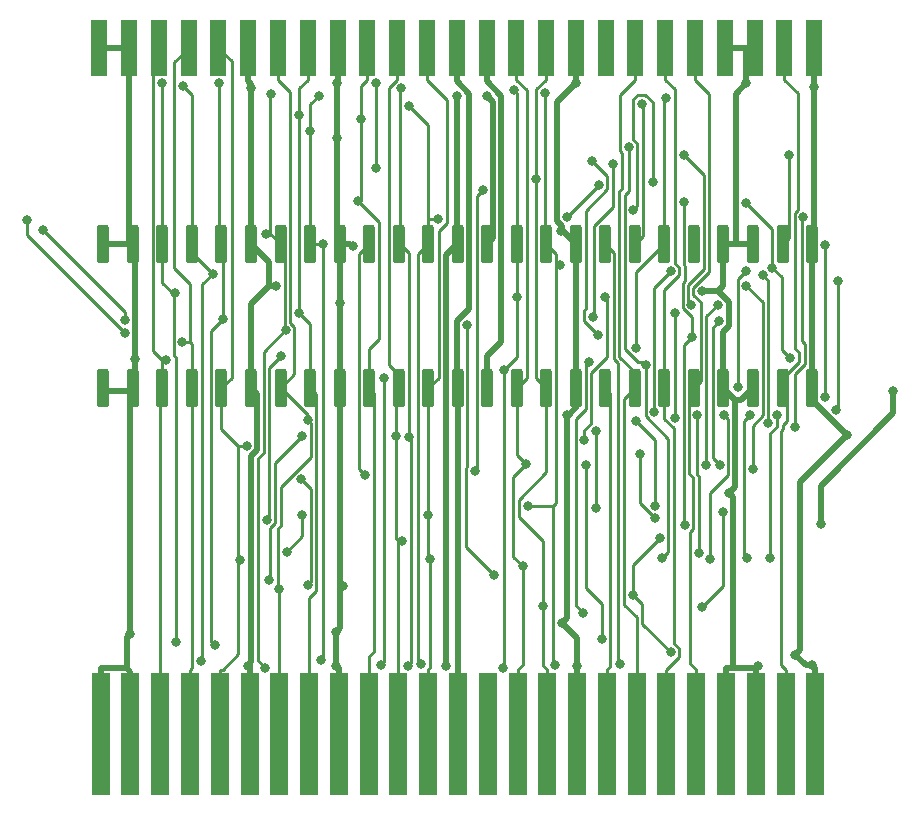
<source format=gbr>
%TF.GenerationSoftware,KiCad,Pcbnew,(6.0.2)*%
%TF.CreationDate,2022-10-24T07:01:04-05:00*%
%TF.ProjectId,N64NP6,4e36344e-5036-42e6-9b69-6361645f7063,rev?*%
%TF.SameCoordinates,Original*%
%TF.FileFunction,Copper,L2,Bot*%
%TF.FilePolarity,Positive*%
%FSLAX46Y46*%
G04 Gerber Fmt 4.6, Leading zero omitted, Abs format (unit mm)*
G04 Created by KiCad (PCBNEW (6.0.2)) date 2022-10-24 07:01:04*
%MOMM*%
%LPD*%
G01*
G04 APERTURE LIST*
G04 Aperture macros list*
%AMRoundRect*
0 Rectangle with rounded corners*
0 $1 Rounding radius*
0 $2 $3 $4 $5 $6 $7 $8 $9 X,Y pos of 4 corners*
0 Add a 4 corners polygon primitive as box body*
4,1,4,$2,$3,$4,$5,$6,$7,$8,$9,$2,$3,0*
0 Add four circle primitives for the rounded corners*
1,1,$1+$1,$2,$3*
1,1,$1+$1,$4,$5*
1,1,$1+$1,$6,$7*
1,1,$1+$1,$8,$9*
0 Add four rect primitives between the rounded corners*
20,1,$1+$1,$2,$3,$4,$5,0*
20,1,$1+$1,$4,$5,$6,$7,0*
20,1,$1+$1,$6,$7,$8,$9,0*
20,1,$1+$1,$8,$9,$2,$3,0*%
G04 Aperture macros list end*
%TA.AperFunction,SMDPad,CuDef*%
%ADD10R,1.500000X10.350000*%
%TD*%
%TA.AperFunction,SMDPad,CuDef*%
%ADD11RoundRect,0.250000X-0.250000X-1.400000X0.250000X-1.400000X0.250000X1.400000X-0.250000X1.400000X0*%
%TD*%
%TA.AperFunction,SMDPad,CuDef*%
%ADD12R,1.350000X4.750000*%
%TD*%
%TA.AperFunction,ViaPad*%
%ADD13C,0.800000*%
%TD*%
%TA.AperFunction,Conductor*%
%ADD14C,0.250000*%
%TD*%
%TA.AperFunction,Conductor*%
%ADD15C,0.500000*%
%TD*%
G04 APERTURE END LIST*
D10*
%TO.P,J2,26,Pin_25*%
%TO.N,/GND*%
X23404000Y37184000D03*
%TO.P,J2,27,Pin_24*%
X25922000Y37184000D03*
%TO.P,J2,28,Pin_23*%
%TO.N,/AD0*%
X28447000Y37184000D03*
%TO.P,J2,29,Pin_22*%
%TO.N,/AD1*%
X30974000Y37184000D03*
%TO.P,J2,30,Pin_21*%
%TO.N,/AD2*%
X33493000Y37184000D03*
%TO.P,J2,31,Pin_20*%
%TO.N,/GND*%
X36012000Y37184000D03*
%TO.P,J2,32,Pin_19*%
%TO.N,/AD3*%
X38535000Y37184000D03*
%TO.P,J2,33,Pin_18*%
%TO.N,/ALE_L*%
X41054000Y37184000D03*
%TO.P,J2,34,Pin_17*%
%TO.N,/VCC*%
X43573000Y37184000D03*
%TO.P,J2,35,Pin_16*%
%TO.N,/ALE_H*%
X46101000Y37184000D03*
%TO.P,J2,36,Pin_15*%
%TO.N,/AD4*%
X48626000Y37184000D03*
%TO.P,J2,37,Pin_14*%
%TO.N,/AD5*%
X51147000Y37184000D03*
%TO.P,J2,38,Pin_13*%
%TO.N,/12V_Rear*%
X53671000Y37184000D03*
%TO.P,J2,39,Pin_12*%
%TO.N,unconnected-(J2-Pad39)*%
X56191000Y37184000D03*
%TO.P,J2,40,Pin_11*%
%TO.N,/AD6*%
X58711000Y37184000D03*
%TO.P,J2,41,Pin_10*%
%TO.N,/AD7*%
X61230000Y37184000D03*
%TO.P,J2,42,Pin_9*%
%TO.N,/VCC*%
X63748000Y37184000D03*
%TO.P,J2,43,Pin_8*%
%TO.N,/CIC_14*%
X66272000Y37184000D03*
%TO.P,J2,44,Pin_7*%
%TO.N,/{slash}INT1*%
X68798000Y37184000D03*
%TO.P,J2,45,Pin_6*%
%TO.N,/{slash}NMI*%
X71316000Y37184000D03*
%TO.P,J2,46,Pin_5*%
%TO.N,/VIDEO_SYNC*%
X73836000Y37184000D03*
%TO.P,J2,47,Pin_4*%
%TO.N,/GND*%
X76355000Y37184000D03*
%TO.P,J2,48,Pin_3*%
X78885000Y37184000D03*
%TO.P,J2,49,Pin_2*%
%TO.N,/RAUDIO*%
X81411000Y37184000D03*
%TO.P,J2,50,Pin_1*%
%TO.N,/GND*%
X83930000Y37184000D03*
%TD*%
D11*
%TO.P,J3,1,Pin_1*%
%TO.N,/GND*%
X23639000Y78715000D03*
%TO.P,J3,2,Pin_2*%
X26139000Y78715000D03*
%TO.P,J3,3,Pin_3*%
%TO.N,/AD15*%
X28639000Y78715000D03*
%TO.P,J3,4,Pin_4*%
%TO.N,/AD14*%
X31139000Y78715000D03*
%TO.P,J3,5,Pin_5*%
%TO.N,/AD13*%
X33639000Y78715000D03*
%TO.P,J3,6,Pin_6*%
%TO.N,/GND*%
X36139000Y78715000D03*
%TO.P,J3,7,Pin_7*%
%TO.N,/AD12*%
X38639000Y78715000D03*
%TO.P,J3,8,Pin_8*%
%TO.N,/{slash}write*%
X41139000Y78715000D03*
%TO.P,J3,9,Pin_9*%
%TO.N,/VCC*%
X43639000Y78715000D03*
%TO.P,J3,10,Pin_10*%
%TO.N,/{slash}read_middle*%
X46139000Y78715000D03*
%TO.P,J3,11,Pin_11*%
%TO.N,/AD11*%
X48639000Y78715000D03*
%TO.P,J3,12,Pin_12*%
%TO.N,/AD10*%
X51139000Y78715000D03*
%TO.P,J3,13,Pin_13*%
%TO.N,/12V_Front*%
X53639000Y78715000D03*
%TO.P,J3,14,Pin_14*%
%TO.N,/12V_2_Front*%
X56139000Y78715000D03*
%TO.P,J3,15,Pin_15*%
%TO.N,/AD9*%
X58639000Y78715000D03*
%TO.P,J3,16,Pin_16*%
%TO.N,/AD8*%
X61139000Y78715000D03*
%TO.P,J3,17,Pin_17*%
%TO.N,/VCC*%
X63639000Y78715000D03*
%TO.P,J3,18,Pin_18*%
%TO.N,/CIC_15*%
X66139000Y78715000D03*
%TO.P,J3,19,Pin_19*%
%TO.N,/CIC_11*%
X68639000Y78715000D03*
%TO.P,J3,20,Pin_20*%
%TO.N,/{slash}COLD_RESET*%
X71139000Y78715000D03*
%TO.P,J3,21,Pin_21*%
%TO.N,unconnected-(J3-Pad21)*%
X73639000Y78715000D03*
%TO.P,J3,22,Pin_22*%
%TO.N,/GND*%
X76139000Y78715000D03*
%TO.P,J3,23,Pin_23*%
X78639000Y78715000D03*
%TO.P,J3,24,Pin_24*%
%TO.N,/LAUDIO*%
X81139000Y78715000D03*
%TO.P,J3,25,Pin_25*%
%TO.N,/GND*%
X83639000Y78715000D03*
%TO.P,J3,26,Pin_25*%
X23639000Y66515000D03*
%TO.P,J3,27,Pin_24*%
X26139000Y66515000D03*
%TO.P,J3,28,Pin_23*%
%TO.N,/AD0*%
X28639000Y66515000D03*
%TO.P,J3,29,Pin_22*%
%TO.N,/AD1*%
X31139000Y66515000D03*
%TO.P,J3,30,Pin_21*%
%TO.N,/AD2*%
X33639000Y66515000D03*
%TO.P,J3,31,Pin_20*%
%TO.N,/GND*%
X36139000Y66515000D03*
%TO.P,J3,32,Pin_19*%
%TO.N,/AD3*%
X38639000Y66515000D03*
%TO.P,J3,33,Pin_18*%
%TO.N,/ALE_L*%
X41139000Y66515000D03*
%TO.P,J3,34,Pin_17*%
%TO.N,/VCC*%
X43639000Y66515000D03*
%TO.P,J3,35,Pin_16*%
%TO.N,/ALE_H*%
X46139000Y66515000D03*
%TO.P,J3,36,Pin_15*%
%TO.N,/AD4*%
X48639000Y66515000D03*
%TO.P,J3,37,Pin_14*%
%TO.N,/AD5*%
X51139000Y66515000D03*
%TO.P,J3,38,Pin_13*%
%TO.N,/12V_Rear*%
X53639000Y66515000D03*
%TO.P,J3,39,Pin_12*%
%TO.N,/12V_2_Rear*%
X56139000Y66515000D03*
%TO.P,J3,40,Pin_11*%
%TO.N,/AD6*%
X58639000Y66515000D03*
%TO.P,J3,41,Pin_10*%
%TO.N,/AD7*%
X61139000Y66515000D03*
%TO.P,J3,42,Pin_9*%
%TO.N,/VCC*%
X63639000Y66515000D03*
%TO.P,J3,43,Pin_8*%
%TO.N,/CIC_14*%
X66139000Y66515000D03*
%TO.P,J3,44,Pin_7*%
%TO.N,/{slash}INT1*%
X68639000Y66515000D03*
%TO.P,J3,45,Pin_6*%
%TO.N,/{slash}NMI*%
X71139000Y66515000D03*
%TO.P,J3,46,Pin_5*%
%TO.N,/VIDEO_SYNC*%
X73639000Y66515000D03*
%TO.P,J3,47,Pin_4*%
%TO.N,/GND*%
X76139000Y66515000D03*
%TO.P,J3,48,Pin_3*%
X78639000Y66515000D03*
%TO.P,J3,49,Pin_2*%
%TO.N,/RAUDIO*%
X81139000Y66515000D03*
%TO.P,J3,50,Pin_1*%
%TO.N,/GND*%
X83639000Y66515000D03*
%TD*%
D12*
%TO.P,J5,26,Pin_1*%
%TO.N,/GND*%
X23295000Y95327000D03*
%TO.P,J5,27,Pin_2*%
X25813000Y95327000D03*
%TO.P,J5,28,Pin_3*%
%TO.N,/AD0*%
X28338000Y95327000D03*
%TO.P,J5,29,Pin_4*%
%TO.N,/AD1*%
X30865000Y95327000D03*
%TO.P,J5,30,Pin_5*%
%TO.N,/AD2*%
X33384000Y95327000D03*
%TO.P,J5,31,Pin_6*%
%TO.N,/GND*%
X35903000Y95327000D03*
%TO.P,J5,32,Pin_7*%
%TO.N,/AD3*%
X38426000Y95327000D03*
%TO.P,J5,33,Pin_8*%
%TO.N,/ALE_L*%
X40945000Y95327000D03*
%TO.P,J5,34,Pin_9*%
%TO.N,/VCC*%
X43464000Y95327000D03*
%TO.P,J5,35,Pin_10*%
%TO.N,/ALE_H*%
X45992000Y95327000D03*
%TO.P,J5,36,Pin_11*%
%TO.N,/AD4*%
X48517000Y95327000D03*
%TO.P,J5,37,Pin_12*%
%TO.N,/AD5*%
X51038000Y95327000D03*
%TO.P,J5,38,Pin_13*%
%TO.N,/12V_Rear*%
X53562000Y95327000D03*
%TO.P,J5,39,Pin_14*%
%TO.N,/12V_2_Rear*%
X56082000Y95327000D03*
%TO.P,J5,40,Pin_15*%
%TO.N,/AD6*%
X58602000Y95327000D03*
%TO.P,J5,41,Pin_16*%
%TO.N,/AD7*%
X61121000Y95327000D03*
%TO.P,J5,42,Pin_17*%
%TO.N,/VCC*%
X63639000Y95327000D03*
%TO.P,J5,43,Pin_18*%
%TO.N,unconnected-(J5-Pad43)*%
X66163000Y95327000D03*
%TO.P,J5,44,Pin_19*%
%TO.N,/{slash}INT1*%
X68689000Y95327000D03*
%TO.P,J5,45,Pin_20*%
%TO.N,/{slash}NMI*%
X71207000Y95327000D03*
%TO.P,J5,46,Pin_21*%
%TO.N,/VIDEO_SYNC*%
X73727000Y95327000D03*
%TO.P,J5,47,Pin_22*%
%TO.N,/GND*%
X76246000Y95327000D03*
%TO.P,J5,48,Pin_23*%
X78776000Y95327000D03*
%TO.P,J5,49,Pin_24*%
%TO.N,/RAUDIO*%
X81302000Y95327000D03*
%TO.P,J5,50,Pin_25*%
%TO.N,/GND*%
X83821000Y95327000D03*
%TD*%
D13*
%TO.N,/Loop1*%
X54467700Y71820600D03*
X56719000Y50674600D03*
%TO.N,/Altera_39*%
X40927300Y49821300D03*
X40376200Y58780800D03*
%TO.N,/{slash}read_middle*%
X45790200Y59139300D03*
%TO.N,/{slash}read_top*%
X46731700Y92334700D03*
X46709500Y85132800D03*
%TO.N,/12V_2_Front*%
X56082000Y91248200D03*
%TO.N,/LAUDIO*%
X81684600Y86241300D03*
%TO.N,/{slash}COLD_RESET*%
X71284400Y91086900D03*
X25473400Y72233900D03*
X18556400Y79873800D03*
X68742200Y69899000D03*
%TO.N,/CIC_11*%
X69219700Y90603600D03*
%TO.N,/CIC_15*%
X67382500Y43118800D03*
%TO.N,/12V_Front*%
X52661100Y43020000D03*
X53557800Y91252400D03*
%TO.N,/{slash}read_bottom*%
X47135700Y43083000D03*
X47375500Y67382100D03*
X25440800Y71174000D03*
X17142500Y80711700D03*
%TO.N,/{slash}write*%
X42257900Y78697500D03*
X41880300Y91278100D03*
X41159200Y88300300D03*
X42075400Y43518100D03*
%TO.N,/ALE_H*%
X45442000Y89322700D03*
X45238000Y82318900D03*
%TO.N,/ALE_L*%
X40219800Y72896200D03*
X40160600Y89631200D03*
%TO.N,/AD0*%
X28962800Y68848300D03*
%TO.N,/AD1*%
X30305400Y70435400D03*
%TO.N,/AD2*%
X35781700Y61626300D03*
X35176800Y51949100D03*
%TO.N,/AD3*%
X38535000Y49541400D03*
X40927300Y63844300D03*
X65353900Y62898300D03*
X65353900Y56364900D03*
%TO.N,/AD4*%
X48377300Y62424500D03*
X40477200Y62424500D03*
X37696300Y50282300D03*
X48934100Y53537100D03*
%TO.N,/AD5*%
X51332500Y52014700D03*
X51139000Y55755700D03*
X40477200Y55755700D03*
X39178500Y52674200D03*
%TO.N,/AD6*%
X59423400Y60084100D03*
X59144100Y51411500D03*
%TO.N,/AD7*%
X60266200Y84207900D03*
X60842100Y48051300D03*
%TO.N,/VCC*%
X63639000Y92342800D03*
X63748000Y42990100D03*
X43639000Y73724000D03*
X44747900Y78501800D03*
X43335100Y45897200D03*
X43365700Y42970200D03*
X62470500Y46611000D03*
X43382900Y87698100D03*
X62389000Y79840600D03*
X43382900Y92335900D03*
X62935300Y64256600D03*
X43891300Y49768100D03*
X90533000Y66288800D03*
X84378100Y55000000D03*
%TO.N,/SST_Write*%
X68473400Y48992900D03*
X70746300Y53811000D03*
X71665600Y44162300D03*
%TO.N,/A13*%
X80075800Y52101300D03*
X80708200Y64260700D03*
%TO.N,/A8*%
X78164000Y52083600D03*
X78414300Y64264000D03*
X64497400Y60012500D03*
X65823500Y45285100D03*
%TO.N,/A9*%
X73452000Y70829600D03*
X72811800Y82254700D03*
X72856500Y54895800D03*
%TO.N,/A11*%
X75030400Y52052200D03*
X76161400Y64242300D03*
%TO.N,/Output_Enable*%
X74069800Y52538200D03*
X73940500Y64252500D03*
%TO.N,/A10*%
X37464700Y55359500D03*
X38672900Y69261500D03*
X64717900Y68736500D03*
X64269400Y47508100D03*
%TO.N,/Chip_Enable*%
X69560000Y68455800D03*
X70934200Y52099300D03*
X68130300Y86903400D03*
%TO.N,/AD15*%
X28572100Y92315800D03*
X73415700Y73561100D03*
X72828100Y86219500D03*
X29743200Y74586500D03*
X29793000Y45040600D03*
%TO.N,/AD14*%
X30349600Y92111500D03*
X65532800Y70972000D03*
X65022300Y85728100D03*
X32888000Y76181900D03*
X31874800Y43430600D03*
%TO.N,/AD13*%
X33402000Y92314300D03*
X33770300Y72348000D03*
X33096200Y44729000D03*
%TO.N,/AD12*%
X37378200Y79568100D03*
X39071900Y71406000D03*
X37358100Y42850500D03*
X37807100Y91408300D03*
%TO.N,/AD11*%
X49497700Y62377600D03*
X49424400Y42990400D03*
X64370400Y62157800D03*
X66141700Y74255200D03*
X48876200Y91950200D03*
%TO.N,/GND*%
X35849100Y43009300D03*
X38253500Y75133100D03*
X83629000Y43024700D03*
X82171300Y43941600D03*
X79073000Y42997100D03*
X78086700Y92310900D03*
X26323500Y68944500D03*
X76647600Y57645800D03*
X74302900Y74724900D03*
X86565300Y62568900D03*
X25922000Y45710500D03*
X83821000Y91972200D03*
X36139000Y91914900D03*
%TO.N,/AD10*%
X50546900Y43149000D03*
X49485600Y90420000D03*
X52007200Y80830300D03*
%TO.N,/AD9*%
X57519700Y68019000D03*
X57516400Y42779900D03*
X58379600Y91771000D03*
X58639000Y74218000D03*
%TO.N,/AD8*%
X61916700Y43071400D03*
X59572500Y56558700D03*
X61057300Y91527600D03*
X62314600Y76912000D03*
%TO.N,/A0*%
X70285200Y64505000D03*
X71685700Y76395200D03*
%TO.N,/A1*%
X72056900Y72836000D03*
X72030100Y64016000D03*
%TO.N,/A2*%
X75648300Y73574100D03*
X74676100Y59998100D03*
%TO.N,/A3*%
X68493400Y81594800D03*
X70171800Y83967400D03*
X75795200Y72152500D03*
X75805500Y60028700D03*
%TO.N,/A4*%
X62918200Y80992300D03*
X65590200Y83669300D03*
X78081900Y75177100D03*
X78604800Y59639600D03*
%TO.N,/A5*%
X77351900Y66631000D03*
X78028300Y76448200D03*
%TO.N,/A6*%
X68758100Y63702600D03*
X70373900Y56512400D03*
X79946700Y63524200D03*
X79474000Y76074600D03*
%TO.N,/A7*%
X82884200Y81027500D03*
X82158700Y63231100D03*
X65091000Y72496200D03*
X66780800Y85444100D03*
%TO.N,/A12*%
X74324200Y47937600D03*
X76113200Y55985300D03*
X84743100Y65778500D03*
X84743100Y78591000D03*
%TO.N,/A15*%
X80289800Y76693100D03*
X55104300Y59463700D03*
X55752400Y83255200D03*
X78052300Y82221400D03*
X81748300Y69052200D03*
%TO.N,/A16*%
X69054800Y60914100D03*
X70385500Y55510500D03*
X85710100Y64673200D03*
X85845000Y75552400D03*
%TD*%
D14*
%TO.N,/Loop1*%
X54379200Y53014400D02*
X56719000Y50674600D01*
X54379200Y59764000D02*
X54379200Y53014400D01*
X54467700Y59852500D02*
X54379200Y59764000D01*
X54467700Y71820600D02*
X54467700Y59852500D01*
%TO.N,/Altera_39*%
X41202400Y50096400D02*
X40927300Y49821300D01*
X41202400Y57954600D02*
X41202400Y50096400D01*
X40376200Y58780800D02*
X41202400Y57954600D01*
%TO.N,/{slash}read_middle*%
X45271600Y59657900D02*
X45790200Y59139300D01*
X45271600Y77847600D02*
X45271600Y59657900D01*
X46139000Y78715000D02*
X45271600Y77847600D01*
%TO.N,/{slash}read_top*%
X46731700Y85155000D02*
X46709500Y85132800D01*
X46731700Y92334700D02*
X46731700Y85155000D01*
D15*
%TO.N,/12V_2_Front*%
X56602500Y90727700D02*
X56082000Y91248200D01*
X56602500Y79178500D02*
X56602500Y90727700D01*
X56139000Y78715000D02*
X56602500Y79178500D01*
D14*
%TO.N,/LAUDIO*%
X81684600Y79260600D02*
X81684600Y86241300D01*
X81139000Y78715000D02*
X81684600Y79260600D01*
%TO.N,/{slash}COLD_RESET*%
X25473400Y72956800D02*
X18556400Y79873800D01*
X25473400Y72233900D02*
X25473400Y72956800D01*
X71139000Y90941500D02*
X71139000Y78715000D01*
X71284400Y91086900D02*
X71139000Y90941500D01*
X68742200Y76318200D02*
X68742200Y69899000D01*
X71139000Y78715000D02*
X68742200Y76318200D01*
%TO.N,/CIC_11*%
X69305500Y90517800D02*
X69219700Y90603600D01*
X69305500Y79381500D02*
X69305500Y90517800D01*
X68639000Y78715000D02*
X69305500Y79381500D01*
%TO.N,/CIC_15*%
X67211200Y43290100D02*
X67382500Y43118800D01*
X67211200Y68647200D02*
X67211200Y43290100D01*
X66866900Y68991500D02*
X67211200Y68647200D01*
X66866900Y77987100D02*
X66866900Y68991500D01*
X66139000Y78715000D02*
X66866900Y77987100D01*
D15*
%TO.N,/12V_Front*%
X53557800Y78715000D02*
X53639000Y78715000D01*
X52661100Y77818300D02*
X53557800Y78715000D01*
X52661100Y43020000D02*
X52661100Y77818300D01*
X53557800Y78715000D02*
X53557800Y91252400D01*
D14*
%TO.N,/{slash}read_bottom*%
X47375500Y43322800D02*
X47135700Y43083000D01*
X47375500Y67382100D02*
X47375500Y43322800D01*
X17142500Y79472300D02*
X25440800Y71174000D01*
X17142500Y80711700D02*
X17142500Y79472300D01*
%TO.N,/{slash}write*%
X41139000Y88280100D02*
X41139000Y78715000D01*
X41159200Y88300300D02*
X41139000Y88280100D01*
X41159200Y90557000D02*
X41159200Y88300300D01*
X41880300Y91278100D02*
X41159200Y90557000D01*
X42240400Y78715000D02*
X42257900Y78697500D01*
X41139000Y78715000D02*
X42240400Y78715000D01*
X42257900Y43700600D02*
X42075400Y43518100D01*
X42257900Y78697500D02*
X42257900Y43700600D01*
D15*
%TO.N,/12V_2_Rear*%
X56082000Y95327000D02*
X56082000Y92501900D01*
X57320000Y91263900D02*
X56082000Y92501900D01*
X57320000Y70439300D02*
X57320000Y91263900D01*
X56139000Y69258300D02*
X57320000Y70439300D01*
X56139000Y66515000D02*
X56139000Y69258300D01*
D14*
%TO.N,/RAUDIO*%
X81302000Y95327000D02*
X81302000Y92626900D01*
X81411000Y37184000D02*
X81411000Y42684100D01*
X81139000Y66515000D02*
X81411000Y66515000D01*
X81497400Y66428600D02*
X81411000Y66515000D01*
X81497400Y63723200D02*
X81497400Y66428600D01*
X81163300Y63389100D02*
X81497400Y63723200D01*
X81163300Y63078700D02*
X81163300Y63389100D01*
X81003600Y62919000D02*
X81163300Y63078700D01*
X81003600Y43091500D02*
X81003600Y62919000D01*
X81411000Y42684100D02*
X81003600Y43091500D01*
X82429200Y91499700D02*
X81302000Y92626900D01*
X82429200Y81597900D02*
X82429200Y91499700D01*
X82159100Y81327800D02*
X82429200Y81597900D01*
X82159100Y69889300D02*
X82159100Y81327800D01*
X82549000Y69499400D02*
X82159100Y69889300D01*
X82549000Y68719800D02*
X82549000Y69499400D01*
X81411000Y67581800D02*
X82549000Y68719800D01*
X81411000Y66515000D02*
X81411000Y67581800D01*
%TO.N,/VIDEO_SYNC*%
X73727000Y95327000D02*
X73727000Y92626900D01*
X73836000Y37184000D02*
X73836000Y42684100D01*
X74225400Y67101400D02*
X73639000Y66515000D01*
X74225400Y73777100D02*
X74225400Y67101400D01*
X73577800Y74424700D02*
X74225400Y73777100D01*
X73577800Y75025200D02*
X73577800Y74424700D01*
X74929300Y76376700D02*
X73577800Y75025200D01*
X74929300Y91424600D02*
X74929300Y76376700D01*
X73727000Y92626900D02*
X74929300Y91424600D01*
X73306900Y43213200D02*
X73836000Y42684100D01*
X73306900Y54320700D02*
X73306900Y43213200D01*
X73581600Y54595400D02*
X73306900Y54320700D01*
X73581600Y58916600D02*
X73581600Y54595400D01*
X73215300Y59282900D02*
X73581600Y58916600D01*
X73215300Y66091300D02*
X73215300Y59282900D01*
X73639000Y66515000D02*
X73215300Y66091300D01*
%TO.N,/{slash}NMI*%
X71316000Y37184000D02*
X71316000Y42684100D01*
X71207000Y95327000D02*
X71207000Y92626900D01*
X72021400Y91812500D02*
X71207000Y92626900D01*
X72021400Y77085000D02*
X72021400Y91812500D01*
X72412600Y76693800D02*
X72021400Y77085000D01*
X72412600Y76096600D02*
X72412600Y76693800D01*
X71139000Y74823000D02*
X72412600Y76096600D01*
X71139000Y66515000D02*
X71139000Y74823000D01*
X71139000Y63881700D02*
X71139000Y66515000D01*
X71921500Y63099200D02*
X71139000Y63881700D01*
X71921500Y44931800D02*
X71921500Y63099200D01*
X72390700Y44462600D02*
X71921500Y44931800D01*
X72390700Y43758800D02*
X72390700Y44462600D01*
X71316000Y42684100D02*
X72390700Y43758800D01*
%TO.N,/{slash}INT1*%
X68798000Y37184000D02*
X68798000Y42684100D01*
X68689000Y95327000D02*
X68689000Y92626900D01*
X68798000Y47130300D02*
X68798000Y42684100D01*
X67748300Y48180000D02*
X68798000Y47130300D01*
X67748300Y65624300D02*
X67748300Y48180000D01*
X68639000Y66515000D02*
X67748300Y65624300D01*
X68639000Y67856100D02*
X68639000Y66515000D01*
X67317000Y69178100D02*
X68639000Y67856100D01*
X67317000Y83149600D02*
X67317000Y69178100D01*
X67580600Y83413200D02*
X67317000Y83149600D01*
X67580600Y86427700D02*
X67580600Y83413200D01*
X67405200Y86603100D02*
X67580600Y86427700D01*
X67405200Y91343100D02*
X67405200Y86603100D01*
X68689000Y92626900D02*
X67405200Y91343100D01*
%TO.N,/CIC_14*%
X66272000Y37184000D02*
X66272000Y42684100D01*
X66548600Y66105400D02*
X66139000Y66515000D01*
X66548600Y42960700D02*
X66548600Y66105400D01*
X66272000Y42684100D02*
X66548600Y42960700D01*
D15*
%TO.N,/12V_Rear*%
X53562000Y95327000D02*
X53562000Y92501900D01*
X53671000Y37184000D02*
X53671000Y42809100D01*
X53597600Y66556400D02*
X53639000Y66515000D01*
X53597600Y72192700D02*
X53597600Y66556400D01*
X54624600Y73219700D02*
X53597600Y72192700D01*
X54624600Y91439300D02*
X54624600Y73219700D01*
X53562000Y92501900D02*
X54624600Y91439300D01*
X53639000Y42841100D02*
X53671000Y42809100D01*
X53639000Y66515000D02*
X53639000Y42841100D01*
D14*
%TO.N,/ALE_H*%
X46101000Y37184000D02*
X46101000Y42684100D01*
X46551100Y66102900D02*
X46139000Y66515000D01*
X46551100Y44214300D02*
X46551100Y66102900D01*
X46101000Y43764200D02*
X46551100Y44214300D01*
X46101000Y42684100D02*
X46101000Y43764200D01*
X45992000Y95327000D02*
X45992000Y92626900D01*
X45442000Y92076900D02*
X45442000Y89322700D01*
X45992000Y92626900D02*
X45442000Y92076900D01*
X46139000Y69810300D02*
X46139000Y66515000D01*
X46972800Y70644100D02*
X46139000Y69810300D01*
X46972800Y80584100D02*
X46972800Y70644100D01*
X45238000Y82318900D02*
X46972800Y80584100D01*
X45442000Y82522900D02*
X45238000Y82318900D01*
X45442000Y89322700D02*
X45442000Y82522900D01*
%TO.N,/ALE_L*%
X41054000Y37184000D02*
X41054000Y42684100D01*
X41139000Y71977000D02*
X40219800Y72896200D01*
X41139000Y66515000D02*
X41139000Y71977000D01*
X41054000Y48751200D02*
X41054000Y42684100D01*
X41652600Y49349800D02*
X41054000Y48751200D01*
X41652600Y66001400D02*
X41652600Y49349800D01*
X41139000Y66515000D02*
X41652600Y66001400D01*
X40945000Y95327000D02*
X40945000Y92626900D01*
X40219800Y89631200D02*
X40160600Y89631200D01*
X40219800Y91901700D02*
X40219800Y89631200D01*
X40945000Y92626900D02*
X40219800Y91901700D01*
X40219800Y89631200D02*
X40219800Y72896200D01*
%TO.N,/AD0*%
X28447000Y66323000D02*
X28639000Y66515000D01*
X28447000Y42684100D02*
X28447000Y66323000D01*
X28447000Y37184000D02*
X28447000Y42684100D01*
X28639000Y68848300D02*
X28639000Y66515000D01*
X27812900Y69674400D02*
X28639000Y68848300D01*
X27812900Y94801900D02*
X27812900Y69674400D01*
X28338000Y95327000D02*
X27812900Y94801900D01*
X28639000Y68848300D02*
X28962800Y68848300D01*
%TO.N,/AD1*%
X31139000Y42849100D02*
X30974000Y42684100D01*
X31139000Y66515000D02*
X31139000Y42849100D01*
X30974000Y37184000D02*
X30974000Y42684100D01*
X30982700Y75300800D02*
X30982700Y70435400D01*
X29624100Y76659400D02*
X30982700Y75300800D01*
X29624100Y94086100D02*
X29624100Y76659400D01*
X30865000Y95327000D02*
X29624100Y94086100D01*
X31139000Y70279100D02*
X30982700Y70435400D01*
X31139000Y66515000D02*
X31139000Y70279100D01*
X30982700Y70435400D02*
X30305400Y70435400D01*
%TO.N,/AD2*%
X33493000Y37184000D02*
X33493000Y42684100D01*
X33639000Y63044000D02*
X35056700Y61626300D01*
X33639000Y66515000D02*
X33639000Y63044000D01*
X35056700Y61626300D02*
X35781700Y61626300D01*
X35056700Y43984900D02*
X35056700Y51949100D01*
X33755900Y42684100D02*
X35056700Y43984900D01*
X33493000Y42684100D02*
X33755900Y42684100D01*
X35056700Y51949100D02*
X35056700Y61626300D01*
X35056700Y51949100D02*
X35176800Y51949100D01*
X34510900Y67386900D02*
X33639000Y66515000D01*
X34510900Y94200100D02*
X34510900Y67386900D01*
X33384000Y95327000D02*
X34510900Y94200100D01*
%TO.N,/AD3*%
X38535000Y37184000D02*
X38535000Y42684100D01*
X38426000Y95327000D02*
X38426000Y92626900D01*
X65353900Y62898300D02*
X65353900Y56364900D01*
X38535000Y42684100D02*
X38535000Y49541400D01*
X38453400Y49623000D02*
X38535000Y49541400D01*
X38453400Y54686100D02*
X38453400Y49623000D01*
X38639900Y54872600D02*
X38453400Y54686100D01*
X38639900Y58104600D02*
X38639900Y54872600D01*
X41202400Y60667100D02*
X38639900Y58104600D01*
X41202400Y63569200D02*
X41202400Y60667100D01*
X40927300Y63844300D02*
X41202400Y63569200D01*
X40927300Y64226700D02*
X40927300Y63844300D01*
X38639000Y66515000D02*
X40927300Y64226700D01*
X39797000Y67673000D02*
X38639000Y66515000D01*
X39797000Y71706400D02*
X39797000Y67673000D01*
X39472800Y72030600D02*
X39797000Y71706400D01*
X39472800Y89293600D02*
X39472800Y72030600D01*
X39435500Y89330900D02*
X39472800Y89293600D01*
X39435500Y91617400D02*
X39435500Y89330900D01*
X38426000Y92626900D02*
X39435500Y91617400D01*
%TO.N,/AD4*%
X48377300Y66253300D02*
X48377300Y62424500D01*
X48639000Y66515000D02*
X48377300Y66253300D01*
X48626000Y37184000D02*
X48626000Y42684100D01*
X48626000Y53537100D02*
X48626000Y42684100D01*
X48377300Y53785800D02*
X48626000Y53537100D01*
X48377300Y62424500D02*
X48377300Y53785800D01*
X48626000Y53537100D02*
X48934100Y53537100D01*
X38189800Y60137100D02*
X40477200Y62424500D01*
X38189800Y55059100D02*
X38189800Y60137100D01*
X37787800Y54657100D02*
X38189800Y55059100D01*
X37787800Y50373700D02*
X37787800Y54657100D01*
X37787700Y50373700D02*
X37787800Y50373700D01*
X37696300Y50282300D02*
X37787700Y50373700D01*
X48639000Y67620000D02*
X48639000Y66515000D01*
X47805400Y68453600D02*
X48639000Y67620000D01*
X47805400Y91915300D02*
X47805400Y68453600D01*
X48517000Y92626900D02*
X47805400Y91915300D01*
X48517000Y95327000D02*
X48517000Y92626900D01*
%TO.N,/AD5*%
X51038000Y95327000D02*
X51038000Y92626900D01*
X51332500Y42869600D02*
X51147000Y42684100D01*
X51332500Y52014700D02*
X51332500Y42869600D01*
X51147000Y37184000D02*
X51147000Y42684100D01*
X51139000Y52208200D02*
X51139000Y55755700D01*
X51332500Y52014700D02*
X51139000Y52208200D01*
X40477200Y53972900D02*
X39178500Y52674200D01*
X40477200Y55755700D02*
X40477200Y53972900D01*
X51139000Y66515000D02*
X51139000Y55755700D01*
X52732300Y90932600D02*
X51038000Y92626900D01*
X52732300Y80529900D02*
X52732300Y90932600D01*
X52026200Y79823800D02*
X52732300Y80529900D01*
X52026200Y67402200D02*
X52026200Y79823800D01*
X51139000Y66515000D02*
X52026200Y67402200D01*
%TO.N,/AD6*%
X58639000Y60868500D02*
X59423400Y60084100D01*
X58639000Y66515000D02*
X58639000Y60868500D01*
X58711000Y37184000D02*
X58711000Y42684100D01*
X59144100Y43117200D02*
X58711000Y42684100D01*
X59144100Y51411500D02*
X59144100Y43117200D01*
X59471800Y67347800D02*
X58639000Y66515000D01*
X59471800Y91757100D02*
X59471800Y67347800D01*
X58602000Y92626900D02*
X59471800Y91757100D01*
X58602000Y95327000D02*
X58602000Y92626900D01*
X58361800Y52193800D02*
X59144100Y51411500D01*
X58361800Y59022500D02*
X58361800Y52193800D01*
X59423400Y60084100D02*
X58361800Y59022500D01*
%TO.N,/AD7*%
X61121000Y95327000D02*
X61121000Y92626900D01*
X60304500Y84207900D02*
X60266200Y84207900D01*
X60304500Y91810400D02*
X60304500Y84207900D01*
X61121000Y92626900D02*
X60304500Y91810400D01*
X60304500Y67349500D02*
X61139000Y66515000D01*
X60304500Y84207900D02*
X60304500Y67349500D01*
X61230000Y37184000D02*
X61230000Y42684100D01*
X60842100Y43072000D02*
X60842100Y48051300D01*
X61230000Y42684100D02*
X60842100Y43072000D01*
X61139000Y59386400D02*
X61139000Y66515000D01*
X58818100Y57065500D02*
X61139000Y59386400D01*
X58818100Y55630900D02*
X58818100Y57065500D01*
X60842100Y53606900D02*
X58818100Y55630900D01*
X60842100Y48051300D02*
X60842100Y53606900D01*
D15*
%TO.N,/VCC*%
X63748000Y37184000D02*
X63748000Y42809100D01*
X63639000Y95327000D02*
X63639000Y92342800D01*
X43573000Y37184000D02*
X43573000Y42809100D01*
X43411900Y42970200D02*
X43573000Y42809100D01*
X43365700Y42970200D02*
X43411900Y42970200D01*
X43335100Y43000800D02*
X43335100Y45897200D01*
X43365700Y42970200D02*
X43335100Y43000800D01*
X43639000Y73724000D02*
X43639000Y78715000D01*
X44534700Y78715000D02*
X44747900Y78501800D01*
X43639000Y78715000D02*
X44534700Y78715000D01*
X63748000Y42990100D02*
X63748000Y42809100D01*
X63748000Y45333500D02*
X63748000Y42990100D01*
X62470500Y46611000D02*
X63748000Y45333500D01*
X63639000Y66515000D02*
X63639000Y78715000D01*
X63639000Y78715000D02*
X62451200Y79902800D01*
X62389000Y79840600D02*
X62451200Y79902800D01*
X62055700Y90759500D02*
X63639000Y92342800D01*
X62055700Y80652400D02*
X62055700Y90759500D01*
X62451200Y80256900D02*
X62055700Y80652400D01*
X62451200Y79902800D02*
X62451200Y80256900D01*
X43382900Y78971100D02*
X43382900Y87698100D01*
X43639000Y78715000D02*
X43382900Y78971100D01*
X43464000Y95327000D02*
X43464000Y92501900D01*
X43382900Y87698100D02*
X43382900Y92335900D01*
X43382900Y92420800D02*
X43464000Y92501900D01*
X43382900Y92335900D02*
X43382900Y92420800D01*
X63639000Y65702600D02*
X63639000Y66515000D01*
X63658800Y65682800D02*
X63639000Y65702600D01*
D14*
X63738100Y65603400D02*
X63658800Y65682800D01*
X63738100Y64968400D02*
X63738100Y65603400D01*
D15*
X63026300Y64256600D02*
X63738100Y64968400D01*
X62935300Y64256600D02*
X63026300Y64256600D01*
X62935300Y47075800D02*
X62935300Y64256600D01*
X62470500Y46611000D02*
X62935300Y47075800D01*
X43639000Y73724000D02*
X43639000Y66515000D01*
X43639000Y49768100D02*
X43891300Y49768100D01*
X43639000Y66515000D02*
X43639000Y49768100D01*
X43639000Y46201100D02*
X43335100Y45897200D01*
X43639000Y49768100D02*
X43639000Y46201100D01*
X84378100Y58234600D02*
X84378100Y55000000D01*
X90533000Y64389500D02*
X84378100Y58234600D01*
X90533000Y66288800D02*
X90533000Y64389500D01*
D14*
%TO.N,/SST_Write*%
X68473400Y51538100D02*
X70746300Y53811000D01*
X68473400Y48992900D02*
X68473400Y51538100D01*
X69248200Y46579700D02*
X71665600Y44162300D01*
X69248200Y48218100D02*
X69248200Y46579700D01*
X68473400Y48992900D02*
X69248200Y48218100D01*
%TO.N,/A13*%
X80708200Y63260200D02*
X80708200Y64260700D01*
X80075800Y62627800D02*
X80708200Y63260200D01*
X80075800Y52101300D02*
X80075800Y62627800D01*
%TO.N,/A8*%
X65823500Y48234600D02*
X65823500Y45285100D01*
X64497400Y49560700D02*
X65823500Y48234600D01*
X64497400Y60012500D02*
X64497400Y49560700D01*
X77879700Y52367900D02*
X78164000Y52083600D01*
X77879700Y63729400D02*
X77879700Y52367900D01*
X78414300Y64264000D02*
X77879700Y63729400D01*
%TO.N,/A9*%
X72765200Y54987100D02*
X72856500Y54895800D01*
X72765200Y70142800D02*
X72765200Y54987100D01*
X73452000Y70829600D02*
X72765200Y70142800D01*
X73452000Y72499500D02*
X73452000Y70829600D01*
X72677600Y73273900D02*
X73452000Y72499500D01*
X72677600Y75398200D02*
X72677600Y73273900D01*
X72866800Y75587400D02*
X72677600Y75398200D01*
X72866800Y76879800D02*
X72866800Y75587400D01*
X72811800Y76934800D02*
X72866800Y76879800D01*
X72811800Y82254700D02*
X72811800Y76934800D01*
%TO.N,/A11*%
X76530600Y63873100D02*
X76161400Y64242300D01*
X76530600Y59147700D02*
X76530600Y63873100D01*
X75030400Y57647500D02*
X76530600Y59147700D01*
X75030400Y52052200D02*
X75030400Y57647500D01*
%TO.N,/Output_Enable*%
X74069800Y59065000D02*
X74069800Y52538200D01*
X73940500Y59194300D02*
X74069800Y59065000D01*
X73940500Y64252500D02*
X73940500Y59194300D01*
%TO.N,/A10*%
X37657000Y68245600D02*
X38672900Y69261500D01*
X37657000Y55551800D02*
X37657000Y68245600D01*
X37464700Y55359500D02*
X37657000Y55551800D01*
X64465200Y68483800D02*
X64717900Y68736500D01*
X64465200Y64732700D02*
X64465200Y68483800D01*
X63613800Y63881300D02*
X64465200Y64732700D01*
X63613800Y48163700D02*
X63613800Y63881300D01*
X64269400Y47508100D02*
X63613800Y48163700D01*
%TO.N,/Chip_Enable*%
X71471400Y52636500D02*
X70934200Y52099300D01*
X71471400Y62236100D02*
X71471400Y52636500D01*
X69560000Y64147500D02*
X71471400Y62236100D01*
X69560000Y68455800D02*
X69560000Y64147500D01*
X69326100Y68689700D02*
X69560000Y68455800D01*
X68884000Y68689700D02*
X69326100Y68689700D01*
X67767100Y69806600D02*
X68884000Y68689700D01*
X67767100Y82850700D02*
X67767100Y69806600D01*
X68130300Y83213900D02*
X67767100Y82850700D01*
X68130300Y86903400D02*
X68130300Y83213900D01*
%TO.N,/AD15*%
X73127700Y73849100D02*
X73415700Y73561100D01*
X73127700Y75211700D02*
X73127700Y73849100D01*
X74479200Y76563200D02*
X73127700Y75211700D01*
X74479200Y84568400D02*
X74479200Y76563200D01*
X72828100Y86219500D02*
X74479200Y84568400D01*
X28572100Y78781900D02*
X28572100Y92315800D01*
X28639000Y78715000D02*
X28572100Y78781900D01*
X28639000Y75440100D02*
X28639000Y78715000D01*
X29580200Y74498900D02*
X28639000Y75440100D01*
X29655600Y74498900D02*
X29580200Y74498900D01*
X29743200Y74586500D02*
X29655600Y74498900D01*
X29793000Y69066900D02*
X29793000Y45040600D01*
X29580200Y69279700D02*
X29793000Y69066900D01*
X29580200Y74498900D02*
X29580200Y69279700D01*
%TO.N,/AD14*%
X66315400Y84435000D02*
X65022300Y85728100D01*
X66315400Y83369000D02*
X66315400Y84435000D01*
X64465200Y81518800D02*
X66315400Y83369000D01*
X64465200Y73221400D02*
X64465200Y81518800D01*
X64339700Y73095900D02*
X64465200Y73221400D01*
X64339700Y72165100D02*
X64339700Y73095900D01*
X65532800Y70972000D02*
X64339700Y72165100D01*
X31139000Y91322100D02*
X31139000Y78715000D01*
X30349600Y92111500D02*
X31139000Y91322100D01*
X31139000Y77930900D02*
X32888000Y76181900D01*
X31139000Y78715000D02*
X31139000Y77930900D01*
X32025900Y43581700D02*
X31874800Y43430600D01*
X32025900Y75319800D02*
X32025900Y43581700D01*
X32888000Y76181900D02*
X32025900Y75319800D01*
%TO.N,/AD13*%
X33402000Y78952000D02*
X33639000Y78715000D01*
X33402000Y92314300D02*
X33402000Y78952000D01*
X33770300Y78583700D02*
X33770300Y72348000D01*
X33639000Y78715000D02*
X33770300Y78583700D01*
X32790700Y71368400D02*
X33770300Y72348000D01*
X32790700Y45034500D02*
X32790700Y71368400D01*
X33096200Y44729000D02*
X32790700Y45034500D01*
%TO.N,/AD12*%
X39071900Y71406000D02*
X39015000Y71406000D01*
X39015000Y78339000D02*
X38639000Y78715000D01*
X39015000Y71406000D02*
X39015000Y78339000D01*
X37206900Y69597900D02*
X39015000Y71406000D01*
X37206900Y61035800D02*
X37206900Y69597900D01*
X36739600Y60568500D02*
X37206900Y61035800D01*
X36739600Y43469000D02*
X36739600Y60568500D01*
X37358100Y42850500D02*
X36739600Y43469000D01*
X37784000Y91385200D02*
X37784000Y79570000D01*
X37807100Y91408300D02*
X37784000Y91385200D01*
X38639000Y78715000D02*
X37784000Y79570000D01*
X37380100Y79570000D02*
X37378200Y79568100D01*
X37784000Y79570000D02*
X37380100Y79570000D01*
%TO.N,/AD11*%
X48639000Y78715000D02*
X48757600Y78715000D01*
X49497700Y77974900D02*
X48757600Y78715000D01*
X49497700Y62377600D02*
X49497700Y77974900D01*
X48757600Y91831600D02*
X48876200Y91950200D01*
X48757600Y78715000D02*
X48757600Y91831600D01*
X64370400Y62940200D02*
X64370400Y62157800D01*
X64915400Y63485200D02*
X64370400Y62940200D01*
X64915400Y67756100D02*
X64915400Y63485200D01*
X66279200Y69119900D02*
X64915400Y67756100D01*
X66279200Y74117700D02*
X66279200Y69119900D01*
X66141700Y74255200D02*
X66279200Y74117700D01*
X49659200Y62216100D02*
X49497700Y62377600D01*
X49659200Y43225200D02*
X49659200Y62216100D01*
X49424400Y42990400D02*
X49659200Y43225200D01*
D15*
%TO.N,/GND*%
X25922000Y37184000D02*
X25922000Y39996600D01*
X23404000Y37184000D02*
X23404000Y42809100D01*
X36012000Y37184000D02*
X36012000Y42809100D01*
X35849100Y42972000D02*
X35849100Y43009300D01*
X36012000Y42809100D02*
X35849100Y42972000D01*
X76355000Y37184000D02*
X76355000Y42809100D01*
X78885000Y37184000D02*
X78885000Y42809100D01*
X25813000Y95327000D02*
X23295000Y95327000D01*
X83930000Y37184000D02*
X83930000Y42809100D01*
X83844600Y42809100D02*
X83629000Y43024700D01*
X83930000Y42809100D02*
X83844600Y42809100D01*
X83088200Y43024700D02*
X82171300Y43941600D01*
X83629000Y43024700D02*
X83088200Y43024700D01*
X78885000Y42809100D02*
X79073000Y42997100D01*
X78776000Y95327000D02*
X78086700Y95327000D01*
X78086700Y95327000D02*
X76246000Y95327000D01*
X26323500Y66699500D02*
X26323500Y68944500D01*
X26139000Y66515000D02*
X26323500Y66699500D01*
X26323500Y78530500D02*
X26139000Y78715000D01*
X26323500Y68944500D02*
X26323500Y78530500D01*
X78086700Y95327000D02*
X78086700Y92310900D01*
X83639000Y65495200D02*
X86565300Y62568900D01*
X83639000Y66515000D02*
X83639000Y65495200D01*
X82578800Y58582400D02*
X86565300Y62568900D01*
X82578800Y44349100D02*
X82578800Y58582400D01*
X82171300Y43941600D02*
X82578800Y44349100D01*
X25922000Y42510300D02*
X25623200Y42809100D01*
X25922000Y39996600D02*
X25922000Y42510300D01*
X25623200Y42809100D02*
X23404000Y42809100D01*
X25623200Y45411700D02*
X25922000Y45710500D01*
X25623200Y42809100D02*
X25623200Y45411700D01*
X25922000Y66298000D02*
X25922000Y45710500D01*
X23856000Y66298000D02*
X25922000Y66298000D01*
X23639000Y66515000D02*
X23856000Y66298000D01*
X25922000Y66298000D02*
X26139000Y66515000D01*
X37625700Y75133100D02*
X38253500Y75133100D01*
X78885000Y42809100D02*
X76963300Y42809100D01*
X76963300Y42809100D02*
X76355000Y42809100D01*
X25813000Y95327000D02*
X25813000Y92501900D01*
X25813000Y78715000D02*
X25813000Y92501900D01*
X26139000Y78715000D02*
X25813000Y78715000D01*
X25813000Y78715000D02*
X23639000Y78715000D01*
X83821000Y78897000D02*
X83821000Y91972200D01*
X83639000Y78715000D02*
X83821000Y78897000D01*
X83821000Y91972200D02*
X83821000Y95327000D01*
X77175800Y91400000D02*
X78086700Y92310900D01*
X77175800Y78715000D02*
X77175800Y91400000D01*
X78639000Y78715000D02*
X77175800Y78715000D01*
X77175800Y78715000D02*
X76139000Y78715000D01*
X83639000Y66515000D02*
X83639000Y78715000D01*
X36631800Y66022200D02*
X36139000Y66515000D01*
X36631800Y61274100D02*
X36631800Y66022200D01*
X36146900Y60789200D02*
X36631800Y61274100D01*
X36146900Y43307100D02*
X36146900Y60789200D01*
X35849100Y43009300D02*
X36146900Y43307100D01*
X76139000Y75164100D02*
X75699800Y74724900D01*
X76139000Y78715000D02*
X76139000Y75164100D01*
X76645300Y73779400D02*
X75699800Y74724900D01*
X76645300Y71800300D02*
X76645300Y73779400D01*
X76139000Y71294000D02*
X76645300Y71800300D01*
X76139000Y66515000D02*
X76139000Y71294000D01*
X75699800Y74724900D02*
X74302900Y74724900D01*
X36139000Y73646400D02*
X37625700Y75133100D01*
X36139000Y66515000D02*
X36139000Y73646400D01*
X35903000Y95327000D02*
X35903000Y92501900D01*
X37625700Y77228300D02*
X36139000Y78715000D01*
X37625700Y75133100D02*
X37625700Y77228300D01*
X36139000Y78715000D02*
X36139000Y91914900D01*
X36139000Y92265900D02*
X35903000Y92501900D01*
X36139000Y91914900D02*
X36139000Y92265900D01*
X76963300Y57330100D02*
X76647600Y57645800D01*
X76963300Y42809100D02*
X76963300Y57330100D01*
X77619900Y65495900D02*
X78639000Y66515000D01*
X77158100Y65495900D02*
X77619900Y65495900D01*
X77158100Y58156300D02*
X77158100Y65495900D01*
X76647600Y57645800D02*
X77158100Y58156300D01*
X77158100Y65495900D02*
X76139000Y66515000D01*
D14*
%TO.N,/AD10*%
X50304000Y43391900D02*
X50546900Y43149000D01*
X50304000Y77880000D02*
X50304000Y43391900D01*
X51139000Y78715000D02*
X50304000Y77880000D01*
X51139000Y80830300D02*
X52007200Y80830300D01*
X51139000Y88766600D02*
X51139000Y80830300D01*
X49485600Y90420000D02*
X51139000Y88766600D01*
X51139000Y80830300D02*
X51139000Y78715000D01*
%TO.N,/AD9*%
X58639000Y91511600D02*
X58639000Y78715000D01*
X58379600Y91771000D02*
X58639000Y91511600D01*
X58639000Y78715000D02*
X58639000Y74218000D01*
X58639000Y69138300D02*
X57519700Y68019000D01*
X58639000Y74218000D02*
X58639000Y69138300D01*
X57519700Y42783200D02*
X57516400Y42779900D01*
X57519700Y68019000D02*
X57519700Y42783200D01*
%TO.N,/AD8*%
X61057300Y78796700D02*
X61057300Y91527600D01*
X61139000Y78715000D02*
X61057300Y78796700D01*
X61739400Y43248700D02*
X61739400Y56558700D01*
X61916700Y43071400D02*
X61739400Y43248700D01*
X59572500Y56558700D02*
X61739400Y56558700D01*
X62314600Y76912000D02*
X61977200Y76912000D01*
X61977200Y56796500D02*
X61977200Y76912000D01*
X61739400Y56558700D02*
X61977200Y56796500D01*
X61977200Y77876800D02*
X61139000Y78715000D01*
X61977200Y76912000D02*
X61977200Y77876800D01*
%TO.N,/A0*%
X70285200Y74994700D02*
X71685700Y76395200D01*
X70285200Y64505000D02*
X70285200Y74994700D01*
%TO.N,/A1*%
X72030100Y72809200D02*
X72056900Y72836000D01*
X72030100Y64016000D02*
X72030100Y72809200D01*
%TO.N,/A2*%
X74676100Y72601900D02*
X75648300Y73574100D01*
X74676100Y59998100D02*
X74676100Y72601900D01*
%TO.N,/A3*%
X68855400Y81956800D02*
X68493400Y81594800D01*
X68855400Y87203800D02*
X68855400Y81956800D01*
X68493400Y87565800D02*
X68855400Y87203800D01*
X68493400Y90966800D02*
X68493400Y87565800D01*
X68894000Y91367400D02*
X68493400Y90966800D01*
X69507800Y91367400D02*
X68894000Y91367400D01*
X70171800Y90703400D02*
X69507800Y91367400D01*
X70171800Y83967400D02*
X70171800Y90703400D01*
X75282400Y71639700D02*
X75795200Y72152500D01*
X75282400Y60551800D02*
X75282400Y71639700D01*
X75805500Y60028700D02*
X75282400Y60551800D01*
%TO.N,/A4*%
X62918200Y80997300D02*
X65590200Y83669300D01*
X62918200Y80992300D02*
X62918200Y80997300D01*
X79465200Y73793800D02*
X78081900Y75177100D01*
X79465200Y64198000D02*
X79465200Y73793800D01*
X78604800Y63337600D02*
X79465200Y64198000D01*
X78604800Y59639600D02*
X78604800Y63337600D01*
%TO.N,/A5*%
X77351900Y75771800D02*
X77351900Y66631000D01*
X78028300Y76448200D02*
X77351900Y75771800D01*
%TO.N,/A6*%
X70373900Y62086800D02*
X68758100Y63702600D01*
X70373900Y56512400D02*
X70373900Y62086800D01*
X79946700Y75601900D02*
X79946700Y63524200D01*
X79474000Y76074600D02*
X79946700Y75601900D01*
%TO.N,/A7*%
X65197000Y72602200D02*
X65091000Y72496200D01*
X65197100Y72602200D02*
X65197000Y72602200D01*
X65197100Y80239600D02*
X65197100Y72602200D01*
X66780800Y81823300D02*
X65197100Y80239600D01*
X66780800Y85444100D02*
X66780800Y81823300D01*
X82812900Y80956200D02*
X82884200Y81027500D01*
X82812900Y70472900D02*
X82812900Y80956200D01*
X83028900Y70256900D02*
X82812900Y70472900D01*
X83028900Y68563100D02*
X83028900Y70256900D01*
X82158700Y67692900D02*
X83028900Y68563100D01*
X82158700Y63231100D02*
X82158700Y67692900D01*
%TO.N,/A12*%
X76113200Y49726600D02*
X74324200Y47937600D01*
X76113200Y55985300D02*
X76113200Y49726600D01*
X84743100Y78591000D02*
X84743100Y65778500D01*
%TO.N,/A15*%
X55290600Y82793400D02*
X55752400Y83255200D01*
X55290600Y59650000D02*
X55290600Y82793400D01*
X55104300Y59463700D02*
X55290600Y59650000D01*
X80289800Y79983900D02*
X80289800Y76693100D01*
X78052300Y82221400D02*
X80289800Y79983900D01*
X81076800Y69723700D02*
X81748300Y69052200D01*
X81076800Y75906100D02*
X81076800Y69723700D01*
X80289800Y76693100D02*
X81076800Y75906100D01*
%TO.N,/A16*%
X70311800Y55510500D02*
X70385500Y55510500D01*
X69054800Y56767500D02*
X70311800Y55510500D01*
X69054800Y60914100D02*
X69054800Y56767500D01*
X85845000Y64808100D02*
X85710100Y64673200D01*
X85845000Y75552400D02*
X85845000Y64808100D01*
%TD*%
M02*

</source>
